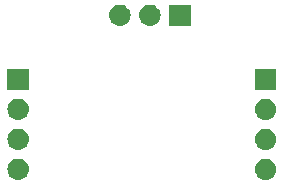
<source format=gbr>
G04 #@! TF.GenerationSoftware,KiCad,Pcbnew,(5.0.2)-1*
G04 #@! TF.CreationDate,2019-08-11T23:38:39-04:00*
G04 #@! TF.ProjectId,LT1356,4c543133-3536-42e6-9b69-6361645f7063,rev?*
G04 #@! TF.SameCoordinates,Original*
G04 #@! TF.FileFunction,Soldermask,Bot*
G04 #@! TF.FilePolarity,Negative*
%FSLAX46Y46*%
G04 Gerber Fmt 4.6, Leading zero omitted, Abs format (unit mm)*
G04 Created by KiCad (PCBNEW (5.0.2)-1) date 8/11/2019 11:38:39 PM*
%MOMM*%
%LPD*%
G01*
G04 APERTURE LIST*
%ADD10C,0.100000*%
G04 APERTURE END LIST*
D10*
G36*
X112505443Y-88259519D02*
X112571627Y-88266037D01*
X112684853Y-88300384D01*
X112741467Y-88317557D01*
X112880087Y-88391652D01*
X112897991Y-88401222D01*
X112933729Y-88430552D01*
X113035186Y-88513814D01*
X113118448Y-88615271D01*
X113147778Y-88651009D01*
X113147779Y-88651011D01*
X113231443Y-88807533D01*
X113231443Y-88807534D01*
X113282963Y-88977373D01*
X113300359Y-89154000D01*
X113282963Y-89330627D01*
X113248616Y-89443853D01*
X113231443Y-89500467D01*
X113157348Y-89639087D01*
X113147778Y-89656991D01*
X113118448Y-89692729D01*
X113035186Y-89794186D01*
X112933729Y-89877448D01*
X112897991Y-89906778D01*
X112897989Y-89906779D01*
X112741467Y-89990443D01*
X112684853Y-90007616D01*
X112571627Y-90041963D01*
X112505443Y-90048481D01*
X112439260Y-90055000D01*
X112350740Y-90055000D01*
X112284557Y-90048481D01*
X112218373Y-90041963D01*
X112105147Y-90007616D01*
X112048533Y-89990443D01*
X111892011Y-89906779D01*
X111892009Y-89906778D01*
X111856271Y-89877448D01*
X111754814Y-89794186D01*
X111671552Y-89692729D01*
X111642222Y-89656991D01*
X111632652Y-89639087D01*
X111558557Y-89500467D01*
X111541384Y-89443853D01*
X111507037Y-89330627D01*
X111489641Y-89154000D01*
X111507037Y-88977373D01*
X111558557Y-88807534D01*
X111558557Y-88807533D01*
X111642221Y-88651011D01*
X111642222Y-88651009D01*
X111671552Y-88615271D01*
X111754814Y-88513814D01*
X111856271Y-88430552D01*
X111892009Y-88401222D01*
X111909913Y-88391652D01*
X112048533Y-88317557D01*
X112105147Y-88300384D01*
X112218373Y-88266037D01*
X112284557Y-88259519D01*
X112350740Y-88253000D01*
X112439260Y-88253000D01*
X112505443Y-88259519D01*
X112505443Y-88259519D01*
G37*
G36*
X133460443Y-88259519D02*
X133526627Y-88266037D01*
X133639853Y-88300384D01*
X133696467Y-88317557D01*
X133835087Y-88391652D01*
X133852991Y-88401222D01*
X133888729Y-88430552D01*
X133990186Y-88513814D01*
X134073448Y-88615271D01*
X134102778Y-88651009D01*
X134102779Y-88651011D01*
X134186443Y-88807533D01*
X134186443Y-88807534D01*
X134237963Y-88977373D01*
X134255359Y-89154000D01*
X134237963Y-89330627D01*
X134203616Y-89443853D01*
X134186443Y-89500467D01*
X134112348Y-89639087D01*
X134102778Y-89656991D01*
X134073448Y-89692729D01*
X133990186Y-89794186D01*
X133888729Y-89877448D01*
X133852991Y-89906778D01*
X133852989Y-89906779D01*
X133696467Y-89990443D01*
X133639853Y-90007616D01*
X133526627Y-90041963D01*
X133460443Y-90048481D01*
X133394260Y-90055000D01*
X133305740Y-90055000D01*
X133239557Y-90048481D01*
X133173373Y-90041963D01*
X133060147Y-90007616D01*
X133003533Y-89990443D01*
X132847011Y-89906779D01*
X132847009Y-89906778D01*
X132811271Y-89877448D01*
X132709814Y-89794186D01*
X132626552Y-89692729D01*
X132597222Y-89656991D01*
X132587652Y-89639087D01*
X132513557Y-89500467D01*
X132496384Y-89443853D01*
X132462037Y-89330627D01*
X132444641Y-89154000D01*
X132462037Y-88977373D01*
X132513557Y-88807534D01*
X132513557Y-88807533D01*
X132597221Y-88651011D01*
X132597222Y-88651009D01*
X132626552Y-88615271D01*
X132709814Y-88513814D01*
X132811271Y-88430552D01*
X132847009Y-88401222D01*
X132864913Y-88391652D01*
X133003533Y-88317557D01*
X133060147Y-88300384D01*
X133173373Y-88266037D01*
X133239557Y-88259519D01*
X133305740Y-88253000D01*
X133394260Y-88253000D01*
X133460443Y-88259519D01*
X133460443Y-88259519D01*
G37*
G36*
X133460443Y-85719519D02*
X133526627Y-85726037D01*
X133639853Y-85760384D01*
X133696467Y-85777557D01*
X133835087Y-85851652D01*
X133852991Y-85861222D01*
X133888729Y-85890552D01*
X133990186Y-85973814D01*
X134073448Y-86075271D01*
X134102778Y-86111009D01*
X134102779Y-86111011D01*
X134186443Y-86267533D01*
X134186443Y-86267534D01*
X134237963Y-86437373D01*
X134255359Y-86614000D01*
X134237963Y-86790627D01*
X134203616Y-86903853D01*
X134186443Y-86960467D01*
X134112348Y-87099087D01*
X134102778Y-87116991D01*
X134073448Y-87152729D01*
X133990186Y-87254186D01*
X133888729Y-87337448D01*
X133852991Y-87366778D01*
X133852989Y-87366779D01*
X133696467Y-87450443D01*
X133639853Y-87467616D01*
X133526627Y-87501963D01*
X133460443Y-87508481D01*
X133394260Y-87515000D01*
X133305740Y-87515000D01*
X133239557Y-87508481D01*
X133173373Y-87501963D01*
X133060147Y-87467616D01*
X133003533Y-87450443D01*
X132847011Y-87366779D01*
X132847009Y-87366778D01*
X132811271Y-87337448D01*
X132709814Y-87254186D01*
X132626552Y-87152729D01*
X132597222Y-87116991D01*
X132587652Y-87099087D01*
X132513557Y-86960467D01*
X132496384Y-86903853D01*
X132462037Y-86790627D01*
X132444641Y-86614000D01*
X132462037Y-86437373D01*
X132513557Y-86267534D01*
X132513557Y-86267533D01*
X132597221Y-86111011D01*
X132597222Y-86111009D01*
X132626552Y-86075271D01*
X132709814Y-85973814D01*
X132811271Y-85890552D01*
X132847009Y-85861222D01*
X132864913Y-85851652D01*
X133003533Y-85777557D01*
X133060147Y-85760384D01*
X133173373Y-85726037D01*
X133239557Y-85719519D01*
X133305740Y-85713000D01*
X133394260Y-85713000D01*
X133460443Y-85719519D01*
X133460443Y-85719519D01*
G37*
G36*
X112505443Y-85719519D02*
X112571627Y-85726037D01*
X112684853Y-85760384D01*
X112741467Y-85777557D01*
X112880087Y-85851652D01*
X112897991Y-85861222D01*
X112933729Y-85890552D01*
X113035186Y-85973814D01*
X113118448Y-86075271D01*
X113147778Y-86111009D01*
X113147779Y-86111011D01*
X113231443Y-86267533D01*
X113231443Y-86267534D01*
X113282963Y-86437373D01*
X113300359Y-86614000D01*
X113282963Y-86790627D01*
X113248616Y-86903853D01*
X113231443Y-86960467D01*
X113157348Y-87099087D01*
X113147778Y-87116991D01*
X113118448Y-87152729D01*
X113035186Y-87254186D01*
X112933729Y-87337448D01*
X112897991Y-87366778D01*
X112897989Y-87366779D01*
X112741467Y-87450443D01*
X112684853Y-87467616D01*
X112571627Y-87501963D01*
X112505443Y-87508481D01*
X112439260Y-87515000D01*
X112350740Y-87515000D01*
X112284557Y-87508481D01*
X112218373Y-87501963D01*
X112105147Y-87467616D01*
X112048533Y-87450443D01*
X111892011Y-87366779D01*
X111892009Y-87366778D01*
X111856271Y-87337448D01*
X111754814Y-87254186D01*
X111671552Y-87152729D01*
X111642222Y-87116991D01*
X111632652Y-87099087D01*
X111558557Y-86960467D01*
X111541384Y-86903853D01*
X111507037Y-86790627D01*
X111489641Y-86614000D01*
X111507037Y-86437373D01*
X111558557Y-86267534D01*
X111558557Y-86267533D01*
X111642221Y-86111011D01*
X111642222Y-86111009D01*
X111671552Y-86075271D01*
X111754814Y-85973814D01*
X111856271Y-85890552D01*
X111892009Y-85861222D01*
X111909913Y-85851652D01*
X112048533Y-85777557D01*
X112105147Y-85760384D01*
X112218373Y-85726037D01*
X112284557Y-85719519D01*
X112350740Y-85713000D01*
X112439260Y-85713000D01*
X112505443Y-85719519D01*
X112505443Y-85719519D01*
G37*
G36*
X133460442Y-83179518D02*
X133526627Y-83186037D01*
X133639853Y-83220384D01*
X133696467Y-83237557D01*
X133835087Y-83311652D01*
X133852991Y-83321222D01*
X133888729Y-83350552D01*
X133990186Y-83433814D01*
X134073448Y-83535271D01*
X134102778Y-83571009D01*
X134102779Y-83571011D01*
X134186443Y-83727533D01*
X134186443Y-83727534D01*
X134237963Y-83897373D01*
X134255359Y-84074000D01*
X134237963Y-84250627D01*
X134203616Y-84363853D01*
X134186443Y-84420467D01*
X134112348Y-84559087D01*
X134102778Y-84576991D01*
X134073448Y-84612729D01*
X133990186Y-84714186D01*
X133888729Y-84797448D01*
X133852991Y-84826778D01*
X133852989Y-84826779D01*
X133696467Y-84910443D01*
X133639853Y-84927616D01*
X133526627Y-84961963D01*
X133460442Y-84968482D01*
X133394260Y-84975000D01*
X133305740Y-84975000D01*
X133239558Y-84968482D01*
X133173373Y-84961963D01*
X133060147Y-84927616D01*
X133003533Y-84910443D01*
X132847011Y-84826779D01*
X132847009Y-84826778D01*
X132811271Y-84797448D01*
X132709814Y-84714186D01*
X132626552Y-84612729D01*
X132597222Y-84576991D01*
X132587652Y-84559087D01*
X132513557Y-84420467D01*
X132496384Y-84363853D01*
X132462037Y-84250627D01*
X132444641Y-84074000D01*
X132462037Y-83897373D01*
X132513557Y-83727534D01*
X132513557Y-83727533D01*
X132597221Y-83571011D01*
X132597222Y-83571009D01*
X132626552Y-83535271D01*
X132709814Y-83433814D01*
X132811271Y-83350552D01*
X132847009Y-83321222D01*
X132864913Y-83311652D01*
X133003533Y-83237557D01*
X133060147Y-83220384D01*
X133173373Y-83186037D01*
X133239558Y-83179518D01*
X133305740Y-83173000D01*
X133394260Y-83173000D01*
X133460442Y-83179518D01*
X133460442Y-83179518D01*
G37*
G36*
X112505442Y-83179518D02*
X112571627Y-83186037D01*
X112684853Y-83220384D01*
X112741467Y-83237557D01*
X112880087Y-83311652D01*
X112897991Y-83321222D01*
X112933729Y-83350552D01*
X113035186Y-83433814D01*
X113118448Y-83535271D01*
X113147778Y-83571009D01*
X113147779Y-83571011D01*
X113231443Y-83727533D01*
X113231443Y-83727534D01*
X113282963Y-83897373D01*
X113300359Y-84074000D01*
X113282963Y-84250627D01*
X113248616Y-84363853D01*
X113231443Y-84420467D01*
X113157348Y-84559087D01*
X113147778Y-84576991D01*
X113118448Y-84612729D01*
X113035186Y-84714186D01*
X112933729Y-84797448D01*
X112897991Y-84826778D01*
X112897989Y-84826779D01*
X112741467Y-84910443D01*
X112684853Y-84927616D01*
X112571627Y-84961963D01*
X112505442Y-84968482D01*
X112439260Y-84975000D01*
X112350740Y-84975000D01*
X112284558Y-84968482D01*
X112218373Y-84961963D01*
X112105147Y-84927616D01*
X112048533Y-84910443D01*
X111892011Y-84826779D01*
X111892009Y-84826778D01*
X111856271Y-84797448D01*
X111754814Y-84714186D01*
X111671552Y-84612729D01*
X111642222Y-84576991D01*
X111632652Y-84559087D01*
X111558557Y-84420467D01*
X111541384Y-84363853D01*
X111507037Y-84250627D01*
X111489641Y-84074000D01*
X111507037Y-83897373D01*
X111558557Y-83727534D01*
X111558557Y-83727533D01*
X111642221Y-83571011D01*
X111642222Y-83571009D01*
X111671552Y-83535271D01*
X111754814Y-83433814D01*
X111856271Y-83350552D01*
X111892009Y-83321222D01*
X111909913Y-83311652D01*
X112048533Y-83237557D01*
X112105147Y-83220384D01*
X112218373Y-83186037D01*
X112284558Y-83179518D01*
X112350740Y-83173000D01*
X112439260Y-83173000D01*
X112505442Y-83179518D01*
X112505442Y-83179518D01*
G37*
G36*
X113296000Y-82435000D02*
X111494000Y-82435000D01*
X111494000Y-80633000D01*
X113296000Y-80633000D01*
X113296000Y-82435000D01*
X113296000Y-82435000D01*
G37*
G36*
X134251000Y-82435000D02*
X132449000Y-82435000D01*
X132449000Y-80633000D01*
X134251000Y-80633000D01*
X134251000Y-82435000D01*
X134251000Y-82435000D01*
G37*
G36*
X121126203Y-75214079D02*
X121192387Y-75220597D01*
X121305613Y-75254944D01*
X121362227Y-75272117D01*
X121500847Y-75346212D01*
X121518751Y-75355782D01*
X121554489Y-75385112D01*
X121655946Y-75468374D01*
X121739208Y-75569831D01*
X121768538Y-75605569D01*
X121768539Y-75605571D01*
X121852203Y-75762093D01*
X121852203Y-75762094D01*
X121903723Y-75931933D01*
X121921119Y-76108560D01*
X121903723Y-76285187D01*
X121869376Y-76398413D01*
X121852203Y-76455027D01*
X121778108Y-76593647D01*
X121768538Y-76611551D01*
X121739208Y-76647289D01*
X121655946Y-76748746D01*
X121554489Y-76832008D01*
X121518751Y-76861338D01*
X121518749Y-76861339D01*
X121362227Y-76945003D01*
X121305613Y-76962176D01*
X121192387Y-76996523D01*
X121126203Y-77003041D01*
X121060020Y-77009560D01*
X120971500Y-77009560D01*
X120905317Y-77003041D01*
X120839133Y-76996523D01*
X120725907Y-76962176D01*
X120669293Y-76945003D01*
X120512771Y-76861339D01*
X120512769Y-76861338D01*
X120477031Y-76832008D01*
X120375574Y-76748746D01*
X120292312Y-76647289D01*
X120262982Y-76611551D01*
X120253412Y-76593647D01*
X120179317Y-76455027D01*
X120162144Y-76398413D01*
X120127797Y-76285187D01*
X120110401Y-76108560D01*
X120127797Y-75931933D01*
X120179317Y-75762094D01*
X120179317Y-75762093D01*
X120262981Y-75605571D01*
X120262982Y-75605569D01*
X120292312Y-75569831D01*
X120375574Y-75468374D01*
X120477031Y-75385112D01*
X120512769Y-75355782D01*
X120530673Y-75346212D01*
X120669293Y-75272117D01*
X120725907Y-75254944D01*
X120839133Y-75220597D01*
X120905317Y-75214079D01*
X120971500Y-75207560D01*
X121060020Y-75207560D01*
X121126203Y-75214079D01*
X121126203Y-75214079D01*
G37*
G36*
X123666203Y-75214079D02*
X123732387Y-75220597D01*
X123845613Y-75254944D01*
X123902227Y-75272117D01*
X124040847Y-75346212D01*
X124058751Y-75355782D01*
X124094489Y-75385112D01*
X124195946Y-75468374D01*
X124279208Y-75569831D01*
X124308538Y-75605569D01*
X124308539Y-75605571D01*
X124392203Y-75762093D01*
X124392203Y-75762094D01*
X124443723Y-75931933D01*
X124461119Y-76108560D01*
X124443723Y-76285187D01*
X124409376Y-76398413D01*
X124392203Y-76455027D01*
X124318108Y-76593647D01*
X124308538Y-76611551D01*
X124279208Y-76647289D01*
X124195946Y-76748746D01*
X124094489Y-76832008D01*
X124058751Y-76861338D01*
X124058749Y-76861339D01*
X123902227Y-76945003D01*
X123845613Y-76962176D01*
X123732387Y-76996523D01*
X123666203Y-77003041D01*
X123600020Y-77009560D01*
X123511500Y-77009560D01*
X123445317Y-77003041D01*
X123379133Y-76996523D01*
X123265907Y-76962176D01*
X123209293Y-76945003D01*
X123052771Y-76861339D01*
X123052769Y-76861338D01*
X123017031Y-76832008D01*
X122915574Y-76748746D01*
X122832312Y-76647289D01*
X122802982Y-76611551D01*
X122793412Y-76593647D01*
X122719317Y-76455027D01*
X122702144Y-76398413D01*
X122667797Y-76285187D01*
X122650401Y-76108560D01*
X122667797Y-75931933D01*
X122719317Y-75762094D01*
X122719317Y-75762093D01*
X122802981Y-75605571D01*
X122802982Y-75605569D01*
X122832312Y-75569831D01*
X122915574Y-75468374D01*
X123017031Y-75385112D01*
X123052769Y-75355782D01*
X123070673Y-75346212D01*
X123209293Y-75272117D01*
X123265907Y-75254944D01*
X123379133Y-75220597D01*
X123445317Y-75214079D01*
X123511500Y-75207560D01*
X123600020Y-75207560D01*
X123666203Y-75214079D01*
X123666203Y-75214079D01*
G37*
G36*
X126996760Y-77009560D02*
X125194760Y-77009560D01*
X125194760Y-75207560D01*
X126996760Y-75207560D01*
X126996760Y-77009560D01*
X126996760Y-77009560D01*
G37*
M02*

</source>
